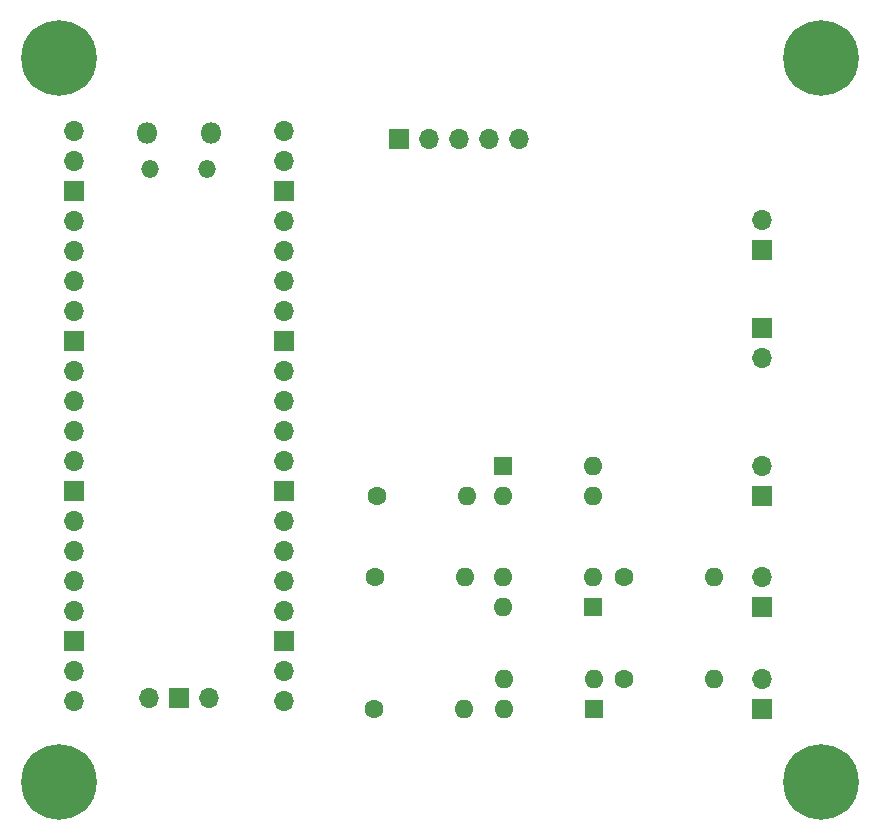
<source format=gbr>
%TF.GenerationSoftware,KiCad,Pcbnew,7.0.2*%
%TF.CreationDate,2024-05-01T19:32:08+01:00*%
%TF.ProjectId,PowerButtonPi,506f7765-7242-4757-9474-6f6e50692e6b,rev?*%
%TF.SameCoordinates,Original*%
%TF.FileFunction,Soldermask,Bot*%
%TF.FilePolarity,Negative*%
%FSLAX46Y46*%
G04 Gerber Fmt 4.6, Leading zero omitted, Abs format (unit mm)*
G04 Created by KiCad (PCBNEW 7.0.2) date 2024-05-01 19:32:08*
%MOMM*%
%LPD*%
G01*
G04 APERTURE LIST*
%ADD10C,6.400000*%
%ADD11R,1.600000X1.600000*%
%ADD12O,1.600000X1.600000*%
%ADD13C,1.600000*%
%ADD14R,1.700000X1.700000*%
%ADD15O,1.700000X1.700000*%
%ADD16O,1.800000X1.800000*%
%ADD17O,1.500000X1.500000*%
G04 APERTURE END LIST*
D10*
%TO.C,H2*%
X112776000Y-88011000D03*
%TD*%
D11*
%TO.C,U2*%
X150368000Y-61214000D03*
D12*
X150368000Y-63754000D03*
X157988000Y-63754000D03*
X157988000Y-61214000D03*
%TD*%
D13*
%TO.C,R3*%
X160655000Y-79248000D03*
D12*
X168275000Y-79248000D03*
%TD*%
D11*
%TO.C,U3*%
X157968000Y-73162000D03*
D12*
X157968000Y-70622000D03*
X150348000Y-70622000D03*
X150348000Y-73162000D03*
%TD*%
D10*
%TO.C,H3*%
X177292000Y-26670000D03*
%TD*%
D14*
%TO.C,J3*%
X172339000Y-49525000D03*
D15*
X172339000Y-52065000D03*
%TD*%
D13*
%TO.C,R1*%
X139700000Y-63754000D03*
D12*
X147320000Y-63754000D03*
%TD*%
D14*
%TO.C,J6*%
X172339000Y-81788000D03*
D15*
X172339000Y-79248000D03*
%TD*%
D13*
%TO.C,R5*%
X139446000Y-81788000D03*
D12*
X147066000Y-81788000D03*
%TD*%
D14*
%TO.C,J5*%
X172339000Y-73152000D03*
D15*
X172339000Y-70612000D03*
%TD*%
D14*
%TO.C,J4*%
X172339000Y-63754000D03*
D15*
X172339000Y-61214000D03*
%TD*%
D10*
%TO.C,H4*%
X177292000Y-88011000D03*
%TD*%
D14*
%TO.C,J1*%
X141605000Y-33528000D03*
D15*
X144145000Y-33528000D03*
X146685000Y-33528000D03*
X149225000Y-33528000D03*
X151765000Y-33528000D03*
%TD*%
D13*
%TO.C,R4*%
X139573000Y-70612000D03*
D12*
X147193000Y-70612000D03*
%TD*%
D13*
%TO.C,R2*%
X160655000Y-70612000D03*
D12*
X168275000Y-70612000D03*
%TD*%
D10*
%TO.C,H1*%
X112776000Y-26670000D03*
%TD*%
D16*
%TO.C,U1*%
X120211000Y-33023000D03*
D17*
X120511000Y-36053000D03*
X125361000Y-36053000D03*
D16*
X125661000Y-33023000D03*
D15*
X114046000Y-32893000D03*
X114046000Y-35433000D03*
D14*
X114046000Y-37973000D03*
D15*
X114046000Y-40513000D03*
X114046000Y-43053000D03*
X114046000Y-45593000D03*
X114046000Y-48133000D03*
D14*
X114046000Y-50673000D03*
D15*
X114046000Y-53213000D03*
X114046000Y-55753000D03*
X114046000Y-58293000D03*
X114046000Y-60833000D03*
D14*
X114046000Y-63373000D03*
D15*
X114046000Y-65913000D03*
X114046000Y-68453000D03*
X114046000Y-70993000D03*
X114046000Y-73533000D03*
D14*
X114046000Y-76073000D03*
D15*
X114046000Y-78613000D03*
X114046000Y-81153000D03*
X131826000Y-81153000D03*
X131826000Y-78613000D03*
D14*
X131826000Y-76073000D03*
D15*
X131826000Y-73533000D03*
X131826000Y-70993000D03*
X131826000Y-68453000D03*
X131826000Y-65913000D03*
D14*
X131826000Y-63373000D03*
D15*
X131826000Y-60833000D03*
X131826000Y-58293000D03*
X131826000Y-55753000D03*
X131826000Y-53213000D03*
D14*
X131826000Y-50673000D03*
D15*
X131826000Y-48133000D03*
X131826000Y-45593000D03*
X131826000Y-43053000D03*
X131826000Y-40513000D03*
D14*
X131826000Y-37973000D03*
D15*
X131826000Y-35433000D03*
X131826000Y-32893000D03*
X120396000Y-80923000D03*
D14*
X122936000Y-80923000D03*
D15*
X125476000Y-80923000D03*
%TD*%
D14*
%TO.C,J2*%
X172339000Y-42926000D03*
D15*
X172339000Y-40386000D03*
%TD*%
D11*
%TO.C,U4*%
X158105000Y-81793000D03*
D12*
X158105000Y-79253000D03*
X150485000Y-79253000D03*
X150485000Y-81793000D03*
%TD*%
M02*

</source>
